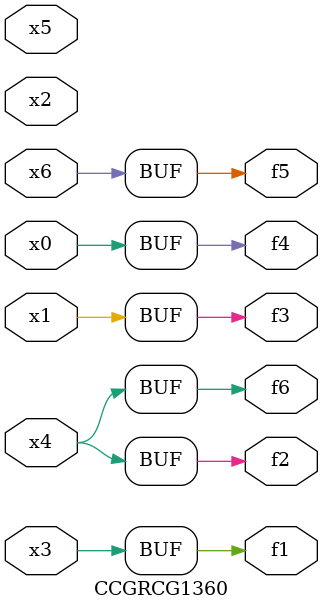
<source format=v>
module CCGRCG1360(
	input x0, x1, x2, x3, x4, x5, x6,
	output f1, f2, f3, f4, f5, f6
);
	assign f1 = x3;
	assign f2 = x4;
	assign f3 = x1;
	assign f4 = x0;
	assign f5 = x6;
	assign f6 = x4;
endmodule

</source>
